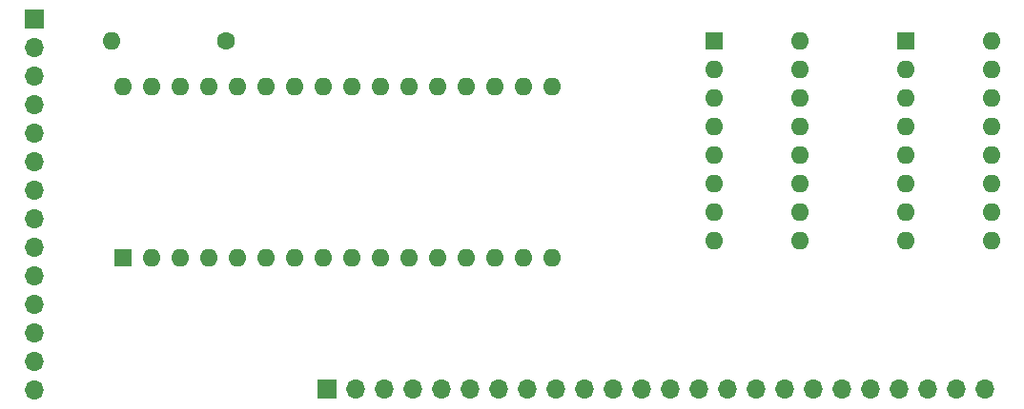
<source format=gbr>
%TF.GenerationSoftware,KiCad,Pcbnew,7.0.2*%
%TF.CreationDate,2023-06-27T23:28:26+01:00*%
%TF.ProjectId,IOCACHE-128K_ZXspectrum_impl_narrow,494f4341-4348-4452-9d31-32384b5f5a58,rev?*%
%TF.SameCoordinates,PX4c4b400PY53ec600*%
%TF.FileFunction,Soldermask,Bot*%
%TF.FilePolarity,Negative*%
%FSLAX46Y46*%
G04 Gerber Fmt 4.6, Leading zero omitted, Abs format (unit mm)*
G04 Created by KiCad (PCBNEW 7.0.2) date 2023-06-27 23:28:26*
%MOMM*%
%LPD*%
G01*
G04 APERTURE LIST*
%ADD10R,1.700000X1.700000*%
%ADD11O,1.700000X1.700000*%
%ADD12R,1.600000X1.600000*%
%ADD13O,1.600000X1.600000*%
%ADD14C,1.600000*%
G04 APERTURE END LIST*
D10*
%TO.C,CACHE2*%
X30000000Y-41000000D03*
D11*
X32540000Y-41000000D03*
X35080000Y-41000000D03*
X37620000Y-41000000D03*
X40160000Y-41000000D03*
X42700000Y-41000000D03*
X45240000Y-41000000D03*
X47780000Y-41000000D03*
X50320000Y-41000000D03*
X52860000Y-41000000D03*
X55400000Y-41000000D03*
X57940000Y-41000000D03*
X60480000Y-41000000D03*
X63020000Y-41000000D03*
X65560000Y-41000000D03*
X68100000Y-41000000D03*
X70640000Y-41000000D03*
X73180000Y-41000000D03*
X75720000Y-41000000D03*
X78260000Y-41000000D03*
X80800000Y-41000000D03*
X83340000Y-41000000D03*
X85880000Y-41000000D03*
X88420000Y-41000000D03*
%TD*%
D12*
%TO.C,IC1*%
X64380000Y-10000000D03*
D13*
X64380000Y-12540000D03*
X64380000Y-15080000D03*
X64380000Y-17620000D03*
X64380000Y-20160000D03*
X64380000Y-22700000D03*
X64380000Y-25240000D03*
X64380000Y-27780000D03*
X72000000Y-27780000D03*
X72000000Y-25240000D03*
X72000000Y-22700000D03*
X72000000Y-20160000D03*
X72000000Y-17620000D03*
X72000000Y-15080000D03*
X72000000Y-12540000D03*
X72000000Y-10000000D03*
%TD*%
D12*
%TO.C,IC2*%
X81380000Y-10000000D03*
D13*
X81380000Y-12540000D03*
X81380000Y-15080000D03*
X81380000Y-17620000D03*
X81380000Y-20160000D03*
X81380000Y-22700000D03*
X81380000Y-25240000D03*
X81380000Y-27780000D03*
X89000000Y-27780000D03*
X89000000Y-25240000D03*
X89000000Y-22700000D03*
X89000000Y-20160000D03*
X89000000Y-17620000D03*
X89000000Y-15080000D03*
X89000000Y-12540000D03*
X89000000Y-10000000D03*
%TD*%
D10*
%TO.C,CACHE3*%
X4000000Y-8000000D03*
D11*
X4000000Y-10540000D03*
X4000000Y-13080000D03*
X4000000Y-15620000D03*
X4000000Y-18160000D03*
X4000000Y-20700000D03*
X4000000Y-23240000D03*
X4000000Y-25780000D03*
X4000000Y-28320000D03*
X4000000Y-30860000D03*
X4000000Y-33400000D03*
X4000000Y-35940000D03*
X4000000Y-38480000D03*
X4000000Y-41020000D03*
%TD*%
D12*
%TO.C,CACHE1*%
X11900000Y-29240000D03*
D13*
X14440000Y-29240000D03*
X16980000Y-29240000D03*
X19520000Y-29240000D03*
X22060000Y-29240000D03*
X24600000Y-29240000D03*
X27140000Y-29240000D03*
X29680000Y-29240000D03*
X32220000Y-29240000D03*
X34760000Y-29240000D03*
X37300000Y-29240000D03*
X39840000Y-29240000D03*
X42380000Y-29240000D03*
X44920000Y-29240000D03*
X47460000Y-29240000D03*
X50000000Y-29240000D03*
X50000000Y-14000000D03*
X47460000Y-14000000D03*
X44920000Y-14000000D03*
X42380000Y-14000000D03*
X39840000Y-14000000D03*
X37300000Y-14000000D03*
X34760000Y-14000000D03*
X32220000Y-14000000D03*
X29680000Y-14000000D03*
X27140000Y-14000000D03*
X24600000Y-14000000D03*
X22060000Y-14000000D03*
X19520000Y-14000000D03*
X16980000Y-14000000D03*
X14440000Y-14000000D03*
X11900000Y-14000000D03*
%TD*%
D14*
%TO.C,R1*%
X21080000Y-10000000D03*
D13*
X10920000Y-10000000D03*
%TD*%
M02*

</source>
